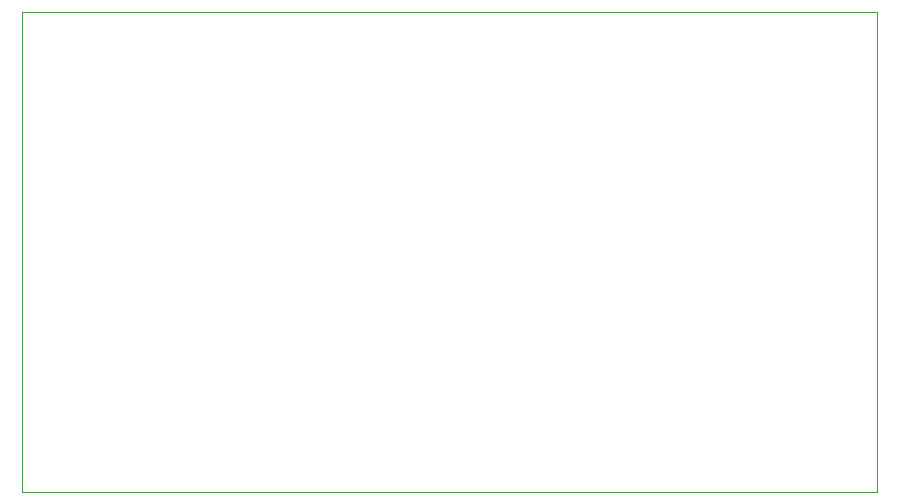
<source format=gbr>
G04 #@! TF.GenerationSoftware,KiCad,Pcbnew,(5.1.5-0-10_14)*
G04 #@! TF.CreationDate,2020-05-14T12:08:37+02:00*
G04 #@! TF.ProjectId,usbasp,75736261-7370-42e6-9b69-6361645f7063,rev?*
G04 #@! TF.SameCoordinates,Original*
G04 #@! TF.FileFunction,Profile,NP*
%FSLAX46Y46*%
G04 Gerber Fmt 4.6, Leading zero omitted, Abs format (unit mm)*
G04 Created by KiCad (PCBNEW (5.1.5-0-10_14)) date 2020-05-14 12:08:37*
%MOMM*%
%LPD*%
G04 APERTURE LIST*
%ADD10C,0.050000*%
G04 APERTURE END LIST*
D10*
X173990000Y-33020000D02*
X173990000Y-73660000D01*
X173990000Y-33020000D02*
X101600000Y-33020000D01*
X101600000Y-73660000D02*
X173990000Y-73660000D01*
X101600000Y-33020000D02*
X101600000Y-73660000D01*
M02*

</source>
